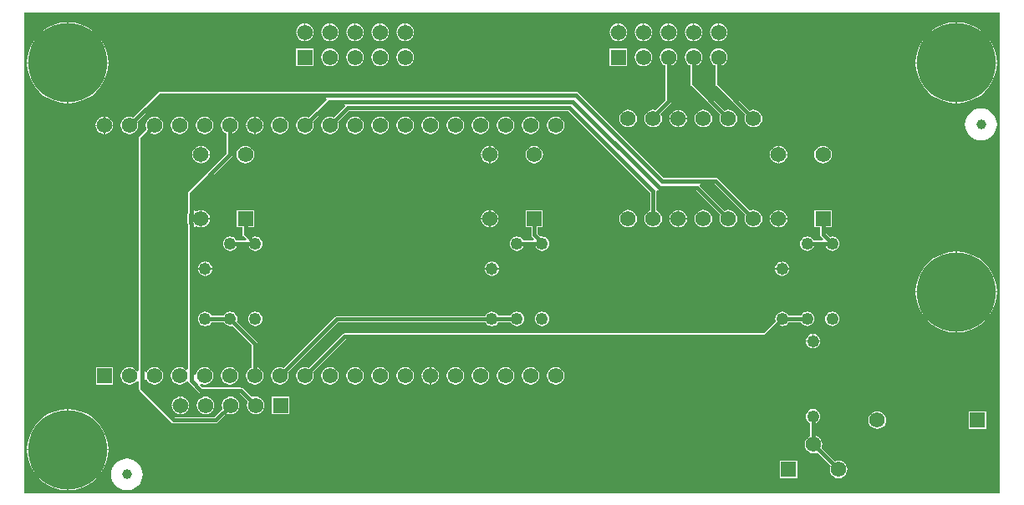
<source format=gtl>
G04*
G04 #@! TF.GenerationSoftware,Altium Limited,Altium Designer,20.0.13 (296)*
G04*
G04 Layer_Physical_Order=1*
G04 Layer_Color=255*
%FSLAX25Y25*%
%MOIN*%
G70*
G01*
G75*
%ADD17C,0.01500*%
%ADD18C,0.04921*%
%ADD19C,0.31496*%
%ADD20C,0.03937*%
%ADD21C,0.06142*%
%ADD22R,0.06142X0.06142*%
%ADD23R,0.06142X0.06142*%
G36*
X391286Y2415D02*
X2415D01*
Y194436D01*
X391286D01*
Y2415D01*
D02*
G37*
%LPC*%
G36*
X279472Y189911D02*
Y186637D01*
X282746D01*
X282653Y187343D01*
X282304Y188187D01*
X281747Y188912D01*
X281022Y189469D01*
X280178Y189819D01*
X279472Y189911D01*
D02*
G37*
G36*
X279072D02*
X278366Y189819D01*
X277521Y189469D01*
X276796Y188912D01*
X276240Y188187D01*
X275890Y187343D01*
X275797Y186637D01*
X279072D01*
Y189911D01*
D02*
G37*
G36*
X269472D02*
Y186637D01*
X272746D01*
X272653Y187343D01*
X272304Y188187D01*
X271747Y188912D01*
X271022Y189469D01*
X270178Y189819D01*
X269472Y189911D01*
D02*
G37*
G36*
X269072D02*
X268366Y189819D01*
X267521Y189469D01*
X266796Y188912D01*
X266240Y188187D01*
X265890Y187343D01*
X265797Y186637D01*
X269072D01*
Y189911D01*
D02*
G37*
G36*
X259472D02*
Y186637D01*
X262746D01*
X262653Y187343D01*
X262303Y188187D01*
X261747Y188912D01*
X261022Y189469D01*
X260178Y189819D01*
X259472Y189911D01*
D02*
G37*
G36*
X259072D02*
X258366Y189819D01*
X257521Y189469D01*
X256796Y188912D01*
X256240Y188187D01*
X255890Y187343D01*
X255797Y186637D01*
X259072D01*
Y189911D01*
D02*
G37*
G36*
X249472D02*
Y186637D01*
X252746D01*
X252653Y187343D01*
X252304Y188187D01*
X251747Y188912D01*
X251022Y189469D01*
X250178Y189819D01*
X249472Y189911D01*
D02*
G37*
G36*
X249072D02*
X248366Y189819D01*
X247521Y189469D01*
X246796Y188912D01*
X246240Y188187D01*
X245890Y187343D01*
X245797Y186637D01*
X249072D01*
Y189911D01*
D02*
G37*
G36*
X239472D02*
Y186637D01*
X242746D01*
X242653Y187343D01*
X242303Y188187D01*
X241747Y188912D01*
X241022Y189469D01*
X240178Y189819D01*
X239472Y189911D01*
D02*
G37*
G36*
X239072D02*
X238366Y189819D01*
X237521Y189469D01*
X236796Y188912D01*
X236240Y188187D01*
X235890Y187343D01*
X235797Y186637D01*
X239072D01*
Y189911D01*
D02*
G37*
G36*
X154472D02*
Y186637D01*
X157746D01*
X157653Y187343D01*
X157303Y188187D01*
X156747Y188912D01*
X156022Y189469D01*
X155178Y189819D01*
X154472Y189911D01*
D02*
G37*
G36*
X154072D02*
X153366Y189819D01*
X152521Y189469D01*
X151796Y188912D01*
X151240Y188187D01*
X150890Y187343D01*
X150797Y186637D01*
X154072D01*
Y189911D01*
D02*
G37*
G36*
X144472D02*
Y186637D01*
X147746D01*
X147653Y187343D01*
X147303Y188187D01*
X146747Y188912D01*
X146022Y189469D01*
X145178Y189819D01*
X144472Y189911D01*
D02*
G37*
G36*
X144072D02*
X143366Y189819D01*
X142521Y189469D01*
X141796Y188912D01*
X141240Y188187D01*
X140890Y187343D01*
X140797Y186637D01*
X144072D01*
Y189911D01*
D02*
G37*
G36*
X134472D02*
Y186637D01*
X137746D01*
X137653Y187343D01*
X137303Y188187D01*
X136747Y188912D01*
X136022Y189469D01*
X135178Y189819D01*
X134472Y189911D01*
D02*
G37*
G36*
X134072D02*
X133366Y189819D01*
X132521Y189469D01*
X131796Y188912D01*
X131240Y188187D01*
X130890Y187343D01*
X130797Y186637D01*
X134072D01*
Y189911D01*
D02*
G37*
G36*
X124472D02*
Y186637D01*
X127746D01*
X127653Y187343D01*
X127303Y188187D01*
X126747Y188912D01*
X126022Y189469D01*
X125178Y189819D01*
X124472Y189911D01*
D02*
G37*
G36*
X124072D02*
X123366Y189819D01*
X122521Y189469D01*
X121796Y188912D01*
X121240Y188187D01*
X120890Y187343D01*
X120797Y186637D01*
X124072D01*
Y189911D01*
D02*
G37*
G36*
X114472D02*
Y186637D01*
X117746D01*
X117653Y187343D01*
X117303Y188187D01*
X116747Y188912D01*
X116022Y189469D01*
X115178Y189819D01*
X114472Y189911D01*
D02*
G37*
G36*
X114072D02*
X113366Y189819D01*
X112521Y189469D01*
X111796Y188912D01*
X111240Y188187D01*
X110890Y187343D01*
X110797Y186637D01*
X114072D01*
Y189911D01*
D02*
G37*
G36*
X282746Y186237D02*
X279472D01*
Y182963D01*
X280178Y183055D01*
X281022Y183405D01*
X281747Y183962D01*
X282304Y184687D01*
X282653Y185531D01*
X282746Y186237D01*
D02*
G37*
G36*
X279072D02*
X275797D01*
X275890Y185531D01*
X276240Y184687D01*
X276796Y183962D01*
X277521Y183405D01*
X278366Y183055D01*
X279072Y182963D01*
Y186237D01*
D02*
G37*
G36*
X272746D02*
X269472D01*
Y182963D01*
X270178Y183055D01*
X271022Y183405D01*
X271747Y183962D01*
X272304Y184687D01*
X272653Y185531D01*
X272746Y186237D01*
D02*
G37*
G36*
X269072D02*
X265797D01*
X265890Y185531D01*
X266240Y184687D01*
X266796Y183962D01*
X267521Y183405D01*
X268366Y183055D01*
X269072Y182963D01*
Y186237D01*
D02*
G37*
G36*
X262746D02*
X259472D01*
Y182963D01*
X260178Y183055D01*
X261022Y183405D01*
X261747Y183962D01*
X262303Y184687D01*
X262653Y185531D01*
X262746Y186237D01*
D02*
G37*
G36*
X259072D02*
X255797D01*
X255890Y185531D01*
X256240Y184687D01*
X256796Y183962D01*
X257521Y183405D01*
X258366Y183055D01*
X259072Y182963D01*
Y186237D01*
D02*
G37*
G36*
X252746D02*
X249472D01*
Y182963D01*
X250178Y183055D01*
X251022Y183405D01*
X251747Y183962D01*
X252304Y184687D01*
X252653Y185531D01*
X252746Y186237D01*
D02*
G37*
G36*
X249072D02*
X245797D01*
X245890Y185531D01*
X246240Y184687D01*
X246796Y183962D01*
X247521Y183405D01*
X248366Y183055D01*
X249072Y182963D01*
Y186237D01*
D02*
G37*
G36*
X242746D02*
X239472D01*
Y182963D01*
X240178Y183055D01*
X241022Y183405D01*
X241747Y183962D01*
X242303Y184687D01*
X242653Y185531D01*
X242746Y186237D01*
D02*
G37*
G36*
X239072D02*
X235797D01*
X235890Y185531D01*
X236240Y184687D01*
X236796Y183962D01*
X237521Y183405D01*
X238366Y183055D01*
X239072Y182963D01*
Y186237D01*
D02*
G37*
G36*
X157746D02*
X154472D01*
Y182963D01*
X155178Y183055D01*
X156022Y183405D01*
X156747Y183962D01*
X157303Y184687D01*
X157653Y185531D01*
X157746Y186237D01*
D02*
G37*
G36*
X154072D02*
X150797D01*
X150890Y185531D01*
X151240Y184687D01*
X151796Y183962D01*
X152521Y183405D01*
X153366Y183055D01*
X154072Y182963D01*
Y186237D01*
D02*
G37*
G36*
X147746D02*
X144472D01*
Y182963D01*
X145178Y183055D01*
X146022Y183405D01*
X146747Y183962D01*
X147303Y184687D01*
X147653Y185531D01*
X147746Y186237D01*
D02*
G37*
G36*
X144072D02*
X140797D01*
X140890Y185531D01*
X141240Y184687D01*
X141796Y183962D01*
X142521Y183405D01*
X143366Y183055D01*
X144072Y182963D01*
Y186237D01*
D02*
G37*
G36*
X137746D02*
X134472D01*
Y182963D01*
X135178Y183055D01*
X136022Y183405D01*
X136747Y183962D01*
X137303Y184687D01*
X137653Y185531D01*
X137746Y186237D01*
D02*
G37*
G36*
X134072D02*
X130797D01*
X130890Y185531D01*
X131240Y184687D01*
X131796Y183962D01*
X132521Y183405D01*
X133366Y183055D01*
X134072Y182963D01*
Y186237D01*
D02*
G37*
G36*
X127746D02*
X124472D01*
Y182963D01*
X125178Y183055D01*
X126022Y183405D01*
X126747Y183962D01*
X127303Y184687D01*
X127653Y185531D01*
X127746Y186237D01*
D02*
G37*
G36*
X124072D02*
X120797D01*
X120890Y185531D01*
X121240Y184687D01*
X121796Y183962D01*
X122521Y183405D01*
X123366Y183055D01*
X124072Y182963D01*
Y186237D01*
D02*
G37*
G36*
X117746D02*
X114472D01*
Y182963D01*
X115178Y183055D01*
X116022Y183405D01*
X116747Y183962D01*
X117303Y184687D01*
X117653Y185531D01*
X117746Y186237D01*
D02*
G37*
G36*
X114072D02*
X110797D01*
X110890Y185531D01*
X111240Y184687D01*
X111796Y183962D01*
X112521Y183405D01*
X113366Y183055D01*
X114072Y182963D01*
Y186237D01*
D02*
G37*
G36*
X374216Y190395D02*
Y174413D01*
X390198D01*
X390014Y176746D01*
X389421Y179218D01*
X388448Y181566D01*
X387120Y183733D01*
X385469Y185666D01*
X383537Y187317D01*
X381369Y188645D01*
X379021Y189618D01*
X376550Y190211D01*
X374216Y190395D01*
D02*
G37*
G36*
X373816D02*
X371482Y190211D01*
X369010Y189618D01*
X366662Y188645D01*
X364495Y187317D01*
X362562Y185666D01*
X360911Y183733D01*
X359583Y181566D01*
X358611Y179218D01*
X358017Y176746D01*
X357834Y174413D01*
X373816D01*
Y190395D01*
D02*
G37*
G36*
X19885D02*
Y174413D01*
X35867D01*
X35684Y176746D01*
X35090Y179218D01*
X34117Y181566D01*
X32789Y183733D01*
X31139Y185666D01*
X29206Y187317D01*
X27039Y188645D01*
X24690Y189618D01*
X22219Y190211D01*
X19885Y190395D01*
D02*
G37*
G36*
X19485D02*
X17151Y190211D01*
X14680Y189618D01*
X12331Y188645D01*
X10164Y187317D01*
X8231Y185666D01*
X6581Y183733D01*
X5253Y181566D01*
X4280Y179218D01*
X3686Y176746D01*
X3503Y174413D01*
X19485D01*
Y190395D01*
D02*
G37*
G36*
X242742Y179908D02*
X235801D01*
Y172966D01*
X242742D01*
Y179908D01*
D02*
G37*
G36*
X117743D02*
X110801D01*
Y172966D01*
X117743D01*
Y179908D01*
D02*
G37*
G36*
X249272Y179938D02*
X248366Y179818D01*
X247521Y179469D01*
X246796Y178912D01*
X246240Y178187D01*
X245890Y177343D01*
X245771Y176437D01*
X245890Y175531D01*
X246240Y174687D01*
X246796Y173962D01*
X247521Y173405D01*
X248366Y173056D01*
X249272Y172936D01*
X250178Y173056D01*
X251022Y173405D01*
X251747Y173962D01*
X252304Y174687D01*
X252653Y175531D01*
X252772Y176437D01*
X252653Y177343D01*
X252304Y178187D01*
X251747Y178912D01*
X251022Y179469D01*
X250178Y179818D01*
X249272Y179938D01*
D02*
G37*
G36*
X154272D02*
X153366Y179818D01*
X152521Y179469D01*
X151796Y178912D01*
X151240Y178187D01*
X150890Y177343D01*
X150771Y176437D01*
X150890Y175531D01*
X151240Y174687D01*
X151796Y173962D01*
X152521Y173405D01*
X153366Y173056D01*
X154272Y172936D01*
X155178Y173056D01*
X156022Y173405D01*
X156747Y173962D01*
X157303Y174687D01*
X157653Y175531D01*
X157773Y176437D01*
X157653Y177343D01*
X157303Y178187D01*
X156747Y178912D01*
X156022Y179469D01*
X155178Y179818D01*
X154272Y179938D01*
D02*
G37*
G36*
X144272D02*
X143366Y179818D01*
X142521Y179469D01*
X141796Y178912D01*
X141240Y178187D01*
X140890Y177343D01*
X140771Y176437D01*
X140890Y175531D01*
X141240Y174687D01*
X141796Y173962D01*
X142521Y173405D01*
X143366Y173056D01*
X144272Y172936D01*
X145178Y173056D01*
X146022Y173405D01*
X146747Y173962D01*
X147303Y174687D01*
X147653Y175531D01*
X147773Y176437D01*
X147653Y177343D01*
X147303Y178187D01*
X146747Y178912D01*
X146022Y179469D01*
X145178Y179818D01*
X144272Y179938D01*
D02*
G37*
G36*
X134272D02*
X133366Y179818D01*
X132521Y179469D01*
X131796Y178912D01*
X131240Y178187D01*
X130890Y177343D01*
X130771Y176437D01*
X130890Y175531D01*
X131240Y174687D01*
X131796Y173962D01*
X132521Y173405D01*
X133366Y173056D01*
X134272Y172936D01*
X135178Y173056D01*
X136022Y173405D01*
X136747Y173962D01*
X137303Y174687D01*
X137653Y175531D01*
X137773Y176437D01*
X137653Y177343D01*
X137303Y178187D01*
X136747Y178912D01*
X136022Y179469D01*
X135178Y179818D01*
X134272Y179938D01*
D02*
G37*
G36*
X124272D02*
X123366Y179818D01*
X122521Y179469D01*
X121796Y178912D01*
X121240Y178187D01*
X120890Y177343D01*
X120771Y176437D01*
X120890Y175531D01*
X121240Y174687D01*
X121796Y173962D01*
X122521Y173405D01*
X123366Y173056D01*
X124272Y172936D01*
X125178Y173056D01*
X126022Y173405D01*
X126747Y173962D01*
X127303Y174687D01*
X127653Y175531D01*
X127772Y176437D01*
X127653Y177343D01*
X127303Y178187D01*
X126747Y178912D01*
X126022Y179469D01*
X125178Y179818D01*
X124272Y179938D01*
D02*
G37*
G36*
X35867Y174013D02*
X19885D01*
Y158030D01*
X22219Y158214D01*
X24690Y158807D01*
X27039Y159780D01*
X29206Y161108D01*
X31139Y162759D01*
X32789Y164692D01*
X34117Y166859D01*
X35090Y169207D01*
X35684Y171679D01*
X35867Y174013D01*
D02*
G37*
G36*
X19485D02*
X3503D01*
X3686Y171679D01*
X4280Y169207D01*
X5253Y166859D01*
X6581Y164692D01*
X8231Y162759D01*
X10164Y161108D01*
X12331Y159780D01*
X14680Y158807D01*
X17151Y158214D01*
X19485Y158030D01*
Y174013D01*
D02*
G37*
G36*
X390198D02*
X374216D01*
Y158030D01*
X376550Y158214D01*
X379021Y158807D01*
X381369Y159780D01*
X383537Y161108D01*
X385469Y162759D01*
X387120Y164692D01*
X388448Y166859D01*
X389421Y169207D01*
X390014Y171679D01*
X390198Y174013D01*
D02*
G37*
G36*
X373816D02*
X357834D01*
X358017Y171679D01*
X358611Y169207D01*
X359583Y166859D01*
X360911Y164692D01*
X362562Y162759D01*
X364495Y161108D01*
X366662Y159780D01*
X369010Y158807D01*
X371482Y158214D01*
X373816Y158030D01*
Y174013D01*
D02*
G37*
G36*
X259272Y179938D02*
X258366Y179818D01*
X257521Y179469D01*
X256796Y178912D01*
X256240Y178187D01*
X255890Y177343D01*
X255771Y176437D01*
X255890Y175531D01*
X256240Y174687D01*
X256796Y173962D01*
X257521Y173405D01*
X258099Y173166D01*
Y159364D01*
X254077Y155341D01*
X254056Y155350D01*
X253150Y155469D01*
X252243Y155350D01*
X251399Y155000D01*
X250674Y154444D01*
X250118Y153719D01*
X249768Y152875D01*
X249649Y151969D01*
X249768Y151062D01*
X250118Y150218D01*
X250674Y149493D01*
X251399Y148937D01*
X252243Y148587D01*
X253150Y148468D01*
X254056Y148587D01*
X254900Y148937D01*
X255625Y149493D01*
X256181Y150218D01*
X256531Y151062D01*
X256650Y151969D01*
X256531Y152875D01*
X256181Y153719D01*
X256003Y153951D01*
X260101Y158049D01*
X260355Y158429D01*
X260444Y158878D01*
Y173166D01*
X261022Y173405D01*
X261747Y173962D01*
X262303Y174687D01*
X262653Y175531D01*
X262772Y176437D01*
X262653Y177343D01*
X262303Y178187D01*
X261747Y178912D01*
X261022Y179469D01*
X260178Y179818D01*
X259272Y179938D01*
D02*
G37*
G36*
X263350Y155443D02*
Y152169D01*
X266624D01*
X266531Y152875D01*
X266181Y153719D01*
X265625Y154444D01*
X264900Y155000D01*
X264056Y155350D01*
X263350Y155443D01*
D02*
G37*
G36*
X262950D02*
X262244Y155350D01*
X261399Y155000D01*
X260674Y154444D01*
X260118Y153719D01*
X259768Y152875D01*
X259675Y152169D01*
X262950D01*
Y155443D01*
D02*
G37*
G36*
X94531Y152687D02*
Y149413D01*
X97805D01*
X97712Y150119D01*
X97363Y150963D01*
X96806Y151688D01*
X96081Y152244D01*
X95237Y152594D01*
X94531Y152687D01*
D02*
G37*
G36*
X34531D02*
Y149413D01*
X37805D01*
X37712Y150119D01*
X37363Y150963D01*
X36806Y151688D01*
X36081Y152244D01*
X35237Y152594D01*
X34531Y152687D01*
D02*
G37*
G36*
X34131D02*
X33425Y152594D01*
X32580Y152244D01*
X31855Y151688D01*
X31299Y150963D01*
X30949Y150119D01*
X30856Y149413D01*
X34131D01*
Y152687D01*
D02*
G37*
G36*
X94131D02*
X93425Y152594D01*
X92580Y152244D01*
X91855Y151688D01*
X91299Y150963D01*
X90949Y150119D01*
X90856Y149413D01*
X94131D01*
Y152687D01*
D02*
G37*
G36*
X262950Y151769D02*
X259675D01*
X259768Y151062D01*
X260118Y150218D01*
X260674Y149493D01*
X261399Y148937D01*
X262244Y148587D01*
X262950Y148494D01*
Y151769D01*
D02*
G37*
G36*
X266624D02*
X263350D01*
Y148494D01*
X264056Y148587D01*
X264900Y148937D01*
X265625Y149493D01*
X266181Y150218D01*
X266531Y151062D01*
X266624Y151769D01*
D02*
G37*
G36*
X279272Y179938D02*
X278366Y179818D01*
X277521Y179469D01*
X276796Y178912D01*
X276240Y178187D01*
X275890Y177343D01*
X275771Y176437D01*
X275890Y175531D01*
X276240Y174687D01*
X276796Y173962D01*
X277521Y173405D01*
X278099Y173166D01*
Y165847D01*
X278188Y165398D01*
X278443Y165017D01*
X290007Y153452D01*
X289768Y152875D01*
X289649Y151969D01*
X289768Y151062D01*
X290118Y150218D01*
X290674Y149493D01*
X291399Y148937D01*
X292244Y148587D01*
X293150Y148468D01*
X294056Y148587D01*
X294900Y148937D01*
X295625Y149493D01*
X296181Y150218D01*
X296531Y151062D01*
X296650Y151969D01*
X296531Y152875D01*
X296181Y153719D01*
X295625Y154444D01*
X294900Y155000D01*
X294056Y155350D01*
X293150Y155469D01*
X292244Y155350D01*
X291666Y155111D01*
X280444Y166332D01*
Y173166D01*
X281022Y173405D01*
X281747Y173962D01*
X282304Y174687D01*
X282653Y175531D01*
X282772Y176437D01*
X282653Y177343D01*
X282304Y178187D01*
X281747Y178912D01*
X281022Y179469D01*
X280178Y179818D01*
X279272Y179938D01*
D02*
G37*
G36*
X269272D02*
X268366Y179818D01*
X267521Y179469D01*
X266796Y178912D01*
X266240Y178187D01*
X265890Y177343D01*
X265771Y176437D01*
X265890Y175531D01*
X266240Y174687D01*
X266796Y173962D01*
X267521Y173405D01*
X268099Y173166D01*
Y165847D01*
X268188Y165398D01*
X268443Y165017D01*
X280008Y153452D01*
X279768Y152875D01*
X279649Y151969D01*
X279768Y151062D01*
X280118Y150218D01*
X280674Y149493D01*
X281399Y148937D01*
X282243Y148587D01*
X283150Y148468D01*
X284056Y148587D01*
X284900Y148937D01*
X285625Y149493D01*
X286181Y150218D01*
X286531Y151062D01*
X286650Y151969D01*
X286531Y152875D01*
X286181Y153719D01*
X285625Y154444D01*
X284900Y155000D01*
X284056Y155350D01*
X283150Y155469D01*
X282243Y155350D01*
X281666Y155111D01*
X270444Y166332D01*
Y173166D01*
X271022Y173405D01*
X271747Y173962D01*
X272304Y174687D01*
X272653Y175531D01*
X272773Y176437D01*
X272653Y177343D01*
X272304Y178187D01*
X271747Y178912D01*
X271022Y179469D01*
X270178Y179818D01*
X269272Y179938D01*
D02*
G37*
G36*
X273150Y155469D02*
X272243Y155350D01*
X271399Y155000D01*
X270674Y154444D01*
X270118Y153719D01*
X269768Y152875D01*
X269649Y151969D01*
X269768Y151062D01*
X270118Y150218D01*
X270674Y149493D01*
X271399Y148937D01*
X272243Y148587D01*
X273150Y148468D01*
X274056Y148587D01*
X274900Y148937D01*
X275625Y149493D01*
X276181Y150218D01*
X276531Y151062D01*
X276650Y151969D01*
X276531Y152875D01*
X276181Y153719D01*
X275625Y154444D01*
X274900Y155000D01*
X274056Y155350D01*
X273150Y155469D01*
D02*
G37*
G36*
X243150D02*
X242244Y155350D01*
X241399Y155000D01*
X240674Y154444D01*
X240118Y153719D01*
X239768Y152875D01*
X239649Y151969D01*
X239768Y151062D01*
X240118Y150218D01*
X240674Y149493D01*
X241399Y148937D01*
X242244Y148587D01*
X243150Y148468D01*
X244056Y148587D01*
X244900Y148937D01*
X245625Y149493D01*
X246181Y150218D01*
X246531Y151062D01*
X246650Y151969D01*
X246531Y152875D01*
X246181Y153719D01*
X245625Y154444D01*
X244900Y155000D01*
X244056Y155350D01*
X243150Y155469D01*
D02*
G37*
G36*
X97805Y149013D02*
X94531D01*
Y145738D01*
X95237Y145831D01*
X96081Y146181D01*
X96806Y146737D01*
X97363Y147462D01*
X97712Y148307D01*
X97805Y149013D01*
D02*
G37*
G36*
X37805D02*
X34531D01*
Y145738D01*
X35237Y145831D01*
X36081Y146181D01*
X36806Y146737D01*
X37363Y147462D01*
X37712Y148307D01*
X37805Y149013D01*
D02*
G37*
G36*
X34131D02*
X30856D01*
X30949Y148307D01*
X31299Y147462D01*
X31855Y146737D01*
X32580Y146181D01*
X33425Y145831D01*
X34131Y145738D01*
Y149013D01*
D02*
G37*
G36*
X94131D02*
X90856D01*
X90949Y148307D01*
X91299Y147462D01*
X91855Y146737D01*
X92580Y146181D01*
X93425Y145831D01*
X94131Y145738D01*
Y149013D01*
D02*
G37*
G36*
X214331Y152713D02*
X213425Y152594D01*
X212580Y152244D01*
X211855Y151688D01*
X211299Y150963D01*
X210949Y150119D01*
X210830Y149213D01*
X210949Y148307D01*
X211299Y147462D01*
X211855Y146737D01*
X212580Y146181D01*
X213425Y145831D01*
X214331Y145712D01*
X215237Y145831D01*
X216081Y146181D01*
X216806Y146737D01*
X217362Y147462D01*
X217712Y148307D01*
X217831Y149213D01*
X217712Y150119D01*
X217362Y150963D01*
X216806Y151688D01*
X216081Y152244D01*
X215237Y152594D01*
X214331Y152713D01*
D02*
G37*
G36*
X204331D02*
X203425Y152594D01*
X202580Y152244D01*
X201855Y151688D01*
X201299Y150963D01*
X200949Y150119D01*
X200830Y149213D01*
X200949Y148307D01*
X201299Y147462D01*
X201855Y146737D01*
X202580Y146181D01*
X203425Y145831D01*
X204331Y145712D01*
X205237Y145831D01*
X206081Y146181D01*
X206806Y146737D01*
X207363Y147462D01*
X207712Y148307D01*
X207832Y149213D01*
X207712Y150119D01*
X207363Y150963D01*
X206806Y151688D01*
X206081Y152244D01*
X205237Y152594D01*
X204331Y152713D01*
D02*
G37*
G36*
X194331D02*
X193425Y152594D01*
X192580Y152244D01*
X191855Y151688D01*
X191299Y150963D01*
X190949Y150119D01*
X190830Y149213D01*
X190949Y148307D01*
X191299Y147462D01*
X191855Y146737D01*
X192580Y146181D01*
X193425Y145831D01*
X194331Y145712D01*
X195237Y145831D01*
X196081Y146181D01*
X196806Y146737D01*
X197362Y147462D01*
X197712Y148307D01*
X197831Y149213D01*
X197712Y150119D01*
X197362Y150963D01*
X196806Y151688D01*
X196081Y152244D01*
X195237Y152594D01*
X194331Y152713D01*
D02*
G37*
G36*
X184331D02*
X183425Y152594D01*
X182580Y152244D01*
X181855Y151688D01*
X181299Y150963D01*
X180949Y150119D01*
X180830Y149213D01*
X180949Y148307D01*
X181299Y147462D01*
X181855Y146737D01*
X182580Y146181D01*
X183425Y145831D01*
X184331Y145712D01*
X185237Y145831D01*
X186081Y146181D01*
X186806Y146737D01*
X187363Y147462D01*
X187712Y148307D01*
X187831Y149213D01*
X187712Y150119D01*
X187363Y150963D01*
X186806Y151688D01*
X186081Y152244D01*
X185237Y152594D01*
X184331Y152713D01*
D02*
G37*
G36*
X174331D02*
X173425Y152594D01*
X172580Y152244D01*
X171855Y151688D01*
X171299Y150963D01*
X170949Y150119D01*
X170830Y149213D01*
X170949Y148307D01*
X171299Y147462D01*
X171855Y146737D01*
X172580Y146181D01*
X173425Y145831D01*
X174331Y145712D01*
X175237Y145831D01*
X176081Y146181D01*
X176806Y146737D01*
X177363Y147462D01*
X177712Y148307D01*
X177831Y149213D01*
X177712Y150119D01*
X177363Y150963D01*
X176806Y151688D01*
X176081Y152244D01*
X175237Y152594D01*
X174331Y152713D01*
D02*
G37*
G36*
X164331D02*
X163425Y152594D01*
X162580Y152244D01*
X161855Y151688D01*
X161299Y150963D01*
X160949Y150119D01*
X160830Y149213D01*
X160949Y148307D01*
X161299Y147462D01*
X161855Y146737D01*
X162580Y146181D01*
X163425Y145831D01*
X164331Y145712D01*
X165237Y145831D01*
X166081Y146181D01*
X166806Y146737D01*
X167362Y147462D01*
X167712Y148307D01*
X167832Y149213D01*
X167712Y150119D01*
X167362Y150963D01*
X166806Y151688D01*
X166081Y152244D01*
X165237Y152594D01*
X164331Y152713D01*
D02*
G37*
G36*
X154331D02*
X153425Y152594D01*
X152580Y152244D01*
X151855Y151688D01*
X151299Y150963D01*
X150949Y150119D01*
X150830Y149213D01*
X150949Y148307D01*
X151299Y147462D01*
X151855Y146737D01*
X152580Y146181D01*
X153425Y145831D01*
X154331Y145712D01*
X155237Y145831D01*
X156081Y146181D01*
X156806Y146737D01*
X157362Y147462D01*
X157712Y148307D01*
X157832Y149213D01*
X157712Y150119D01*
X157362Y150963D01*
X156806Y151688D01*
X156081Y152244D01*
X155237Y152594D01*
X154331Y152713D01*
D02*
G37*
G36*
X144331D02*
X143425Y152594D01*
X142580Y152244D01*
X141855Y151688D01*
X141299Y150963D01*
X140949Y150119D01*
X140830Y149213D01*
X140949Y148307D01*
X141299Y147462D01*
X141855Y146737D01*
X142580Y146181D01*
X143425Y145831D01*
X144331Y145712D01*
X145237Y145831D01*
X146081Y146181D01*
X146806Y146737D01*
X147362Y147462D01*
X147712Y148307D01*
X147831Y149213D01*
X147712Y150119D01*
X147362Y150963D01*
X146806Y151688D01*
X146081Y152244D01*
X145237Y152594D01*
X144331Y152713D01*
D02*
G37*
G36*
X134331D02*
X133425Y152594D01*
X132580Y152244D01*
X131855Y151688D01*
X131299Y150963D01*
X130949Y150119D01*
X130830Y149213D01*
X130949Y148307D01*
X131299Y147462D01*
X131855Y146737D01*
X132580Y146181D01*
X133425Y145831D01*
X134331Y145712D01*
X135237Y145831D01*
X136081Y146181D01*
X136806Y146737D01*
X137363Y147462D01*
X137712Y148307D01*
X137831Y149213D01*
X137712Y150119D01*
X137363Y150963D01*
X136806Y151688D01*
X136081Y152244D01*
X135237Y152594D01*
X134331Y152713D01*
D02*
G37*
G36*
X104331D02*
X103425Y152594D01*
X102580Y152244D01*
X101855Y151688D01*
X101299Y150963D01*
X100949Y150119D01*
X100830Y149213D01*
X100949Y148307D01*
X101299Y147462D01*
X101855Y146737D01*
X102580Y146181D01*
X103425Y145831D01*
X104331Y145712D01*
X105237Y145831D01*
X106081Y146181D01*
X106806Y146737D01*
X107362Y147462D01*
X107712Y148307D01*
X107832Y149213D01*
X107712Y150119D01*
X107362Y150963D01*
X106806Y151688D01*
X106081Y152244D01*
X105237Y152594D01*
X104331Y152713D01*
D02*
G37*
G36*
X74331D02*
X73425Y152594D01*
X72580Y152244D01*
X71855Y151688D01*
X71299Y150963D01*
X70949Y150119D01*
X70830Y149213D01*
X70949Y148307D01*
X71299Y147462D01*
X71855Y146737D01*
X72580Y146181D01*
X73425Y145831D01*
X74331Y145712D01*
X75237Y145831D01*
X76081Y146181D01*
X76806Y146737D01*
X77363Y147462D01*
X77712Y148307D01*
X77832Y149213D01*
X77712Y150119D01*
X77363Y150963D01*
X76806Y151688D01*
X76081Y152244D01*
X75237Y152594D01*
X74331Y152713D01*
D02*
G37*
G36*
X64331D02*
X63425Y152594D01*
X62580Y152244D01*
X61855Y151688D01*
X61299Y150963D01*
X60949Y150119D01*
X60830Y149213D01*
X60949Y148307D01*
X61299Y147462D01*
X61855Y146737D01*
X62580Y146181D01*
X63425Y145831D01*
X64331Y145712D01*
X65237Y145831D01*
X66081Y146181D01*
X66806Y146737D01*
X67362Y147462D01*
X67712Y148307D01*
X67831Y149213D01*
X67712Y150119D01*
X67362Y150963D01*
X66806Y151688D01*
X66081Y152244D01*
X65237Y152594D01*
X64331Y152713D01*
D02*
G37*
G36*
X54331D02*
X53425Y152594D01*
X52580Y152244D01*
X51855Y151688D01*
X51299Y150963D01*
X50949Y150119D01*
X50830Y149213D01*
X50949Y148307D01*
X51188Y147729D01*
X48384Y144924D01*
X48129Y144543D01*
X48040Y144095D01*
Y51314D01*
X47838Y51209D01*
X47253Y51106D01*
X46806Y51688D01*
X46081Y52244D01*
X45237Y52594D01*
X44331Y52713D01*
X43425Y52594D01*
X42580Y52244D01*
X41855Y51688D01*
X41299Y50963D01*
X40949Y50119D01*
X40830Y49213D01*
X40949Y48307D01*
X41299Y47462D01*
X41855Y46737D01*
X42580Y46181D01*
X43425Y45831D01*
X44331Y45712D01*
X45237Y45831D01*
X46081Y46181D01*
X46806Y46737D01*
X47253Y47319D01*
X47838Y47216D01*
X48040Y47111D01*
Y44253D01*
X48129Y43804D01*
X48384Y43424D01*
X61141Y30667D01*
X61521Y30413D01*
X61970Y30323D01*
X78740D01*
X79189Y30413D01*
X79569Y30667D01*
X83162Y34259D01*
X83740Y34020D01*
X84646Y33901D01*
X85552Y34020D01*
X86396Y34370D01*
X87121Y34926D01*
X87678Y35651D01*
X88027Y36496D01*
X88147Y37402D01*
X88027Y38308D01*
X87678Y39152D01*
X87121Y39877D01*
X86396Y40433D01*
X85552Y40783D01*
X84646Y40902D01*
X83740Y40783D01*
X82895Y40433D01*
X82170Y39877D01*
X81614Y39152D01*
X81264Y38308D01*
X81145Y37402D01*
X81264Y36496D01*
X81503Y35918D01*
X78254Y32669D01*
X62455D01*
X50385Y44739D01*
Y47611D01*
X51173Y47767D01*
X51299Y47462D01*
X51855Y46737D01*
X52580Y46181D01*
X53425Y45831D01*
X54331Y45712D01*
X55237Y45831D01*
X56081Y46181D01*
X56806Y46737D01*
X57363Y47462D01*
X57712Y48307D01*
X57832Y49213D01*
X57712Y50119D01*
X57363Y50963D01*
X56806Y51688D01*
X56081Y52244D01*
X55237Y52594D01*
X54331Y52713D01*
X53425Y52594D01*
X52580Y52244D01*
X51855Y51688D01*
X51299Y50963D01*
X51173Y50658D01*
X50385Y50814D01*
Y143609D01*
X52847Y146070D01*
X53425Y145831D01*
X54331Y145712D01*
X55237Y145831D01*
X56081Y146181D01*
X56806Y146737D01*
X57363Y147462D01*
X57712Y148307D01*
X57832Y149213D01*
X57712Y150119D01*
X57363Y150963D01*
X56806Y151688D01*
X56081Y152244D01*
X55237Y152594D01*
X54331Y152713D01*
D02*
G37*
G36*
X383858Y155942D02*
X382622Y155821D01*
X381434Y155460D01*
X380338Y154875D01*
X379378Y154086D01*
X378590Y153126D01*
X378005Y152031D01*
X377644Y150842D01*
X377522Y149606D01*
X377644Y148370D01*
X378005Y147182D01*
X378590Y146086D01*
X379378Y145126D01*
X380338Y144338D01*
X381434Y143753D01*
X382622Y143392D01*
X383858Y143270D01*
X385094Y143392D01*
X386283Y143753D01*
X387378Y144338D01*
X388338Y145126D01*
X389126Y146086D01*
X389712Y147182D01*
X390073Y148370D01*
X390194Y149606D01*
X390073Y150842D01*
X389712Y152031D01*
X389126Y153126D01*
X388338Y154086D01*
X387378Y154875D01*
X386283Y155460D01*
X385094Y155821D01*
X383858Y155942D01*
D02*
G37*
G36*
X303350Y141033D02*
Y137759D01*
X306624D01*
X306531Y138465D01*
X306181Y139309D01*
X305625Y140034D01*
X304900Y140591D01*
X304056Y140941D01*
X303350Y141033D01*
D02*
G37*
G36*
X188192D02*
Y137759D01*
X191467D01*
X191374Y138465D01*
X191024Y139309D01*
X190468Y140034D01*
X189743Y140591D01*
X188898Y140941D01*
X188192Y141033D01*
D02*
G37*
G36*
X73035D02*
Y137759D01*
X76309D01*
X76216Y138465D01*
X75866Y139309D01*
X75310Y140034D01*
X74585Y140591D01*
X73741Y140941D01*
X73035Y141033D01*
D02*
G37*
G36*
X302950D02*
X302243Y140941D01*
X301399Y140591D01*
X300674Y140034D01*
X300118Y139309D01*
X299768Y138465D01*
X299675Y137759D01*
X302950D01*
Y141033D01*
D02*
G37*
G36*
X72635D02*
X71929Y140941D01*
X71084Y140591D01*
X70359Y140034D01*
X69803Y139309D01*
X69453Y138465D01*
X69360Y137759D01*
X72635D01*
Y141033D01*
D02*
G37*
G36*
X187792D02*
X187086Y140941D01*
X186242Y140591D01*
X185517Y140034D01*
X184960Y139309D01*
X184611Y138465D01*
X184518Y137759D01*
X187792D01*
Y141033D01*
D02*
G37*
G36*
X191467Y137359D02*
X188192D01*
Y134085D01*
X188898Y134177D01*
X189743Y134527D01*
X190468Y135084D01*
X191024Y135809D01*
X191374Y136653D01*
X191467Y137359D01*
D02*
G37*
G36*
X306624D02*
X303350D01*
Y134085D01*
X304056Y134177D01*
X304900Y134527D01*
X305625Y135084D01*
X306181Y135809D01*
X306531Y136653D01*
X306624Y137359D01*
D02*
G37*
G36*
X76309D02*
X73035D01*
Y134085D01*
X73741Y134177D01*
X74585Y134527D01*
X75310Y135084D01*
X75866Y135809D01*
X76216Y136653D01*
X76309Y137359D01*
D02*
G37*
G36*
X72635D02*
X69360D01*
X69453Y136653D01*
X69803Y135809D01*
X70359Y135084D01*
X71084Y134527D01*
X71929Y134177D01*
X72635Y134085D01*
Y137359D01*
D02*
G37*
G36*
X302950D02*
X299675D01*
X299768Y136653D01*
X300118Y135809D01*
X300674Y135084D01*
X301399Y134527D01*
X302243Y134177D01*
X302950Y134085D01*
Y137359D01*
D02*
G37*
G36*
X187792D02*
X184518D01*
X184611Y136653D01*
X184960Y135809D01*
X185517Y135084D01*
X186242Y134527D01*
X187086Y134177D01*
X187792Y134085D01*
Y137359D01*
D02*
G37*
G36*
X320866Y141060D02*
X319960Y140941D01*
X319116Y140591D01*
X318391Y140034D01*
X317834Y139309D01*
X317485Y138465D01*
X317365Y137559D01*
X317485Y136653D01*
X317834Y135809D01*
X318391Y135084D01*
X319116Y134527D01*
X319960Y134177D01*
X320866Y134058D01*
X321772Y134177D01*
X322617Y134527D01*
X323342Y135084D01*
X323898Y135809D01*
X324248Y136653D01*
X324367Y137559D01*
X324248Y138465D01*
X323898Y139309D01*
X323342Y140034D01*
X322617Y140591D01*
X321772Y140941D01*
X320866Y141060D01*
D02*
G37*
G36*
X205709D02*
X204803Y140941D01*
X203958Y140591D01*
X203233Y140034D01*
X202677Y139309D01*
X202327Y138465D01*
X202208Y137559D01*
X202327Y136653D01*
X202677Y135809D01*
X203233Y135084D01*
X203958Y134527D01*
X204803Y134177D01*
X205709Y134058D01*
X206615Y134177D01*
X207459Y134527D01*
X208184Y135084D01*
X208740Y135809D01*
X209090Y136653D01*
X209209Y137559D01*
X209090Y138465D01*
X208740Y139309D01*
X208184Y140034D01*
X207459Y140591D01*
X206615Y140941D01*
X205709Y141060D01*
D02*
G37*
G36*
X90551D02*
X89645Y140941D01*
X88801Y140591D01*
X88076Y140034D01*
X87519Y139309D01*
X87170Y138465D01*
X87050Y137559D01*
X87170Y136653D01*
X87519Y135809D01*
X88076Y135084D01*
X88801Y134527D01*
X89645Y134177D01*
X90551Y134058D01*
X91457Y134177D01*
X92302Y134527D01*
X93027Y135084D01*
X93583Y135809D01*
X93933Y136653D01*
X94052Y137559D01*
X93933Y138465D01*
X93583Y139309D01*
X93027Y140034D01*
X92302Y140591D01*
X91457Y140941D01*
X90551Y141060D01*
D02*
G37*
G36*
X263350Y115443D02*
Y112169D01*
X266624D01*
X266531Y112875D01*
X266181Y113719D01*
X265625Y114444D01*
X264900Y115000D01*
X264056Y115350D01*
X263350Y115443D01*
D02*
G37*
G36*
X303350D02*
Y112169D01*
X306624D01*
X306531Y112875D01*
X306181Y113719D01*
X305625Y114444D01*
X304900Y115000D01*
X304056Y115350D01*
X303350Y115443D01*
D02*
G37*
G36*
X188192D02*
Y112169D01*
X191467D01*
X191374Y112875D01*
X191024Y113719D01*
X190468Y114444D01*
X189743Y115000D01*
X188898Y115350D01*
X188192Y115443D01*
D02*
G37*
G36*
X73035D02*
Y112169D01*
X76309D01*
X76216Y112875D01*
X75866Y113719D01*
X75310Y114444D01*
X74585Y115000D01*
X73741Y115350D01*
X73035Y115443D01*
D02*
G37*
G36*
X187792D02*
X187086Y115350D01*
X186242Y115000D01*
X185517Y114444D01*
X184960Y113719D01*
X184611Y112875D01*
X184518Y112169D01*
X187792D01*
Y115443D01*
D02*
G37*
G36*
X302950D02*
X302243Y115350D01*
X301399Y115000D01*
X300674Y114444D01*
X300118Y113719D01*
X299768Y112875D01*
X299675Y112169D01*
X302950D01*
Y115443D01*
D02*
G37*
G36*
X262950D02*
X262244Y115350D01*
X261399Y115000D01*
X260674Y114444D01*
X260118Y113719D01*
X259768Y112875D01*
X259675Y112169D01*
X262950D01*
Y115443D01*
D02*
G37*
G36*
Y111768D02*
X259675D01*
X259768Y111062D01*
X260118Y110218D01*
X260674Y109493D01*
X261399Y108937D01*
X262244Y108587D01*
X262950Y108494D01*
Y111768D01*
D02*
G37*
G36*
X306624D02*
X303350D01*
Y108494D01*
X304056Y108587D01*
X304900Y108937D01*
X305625Y109493D01*
X306181Y110218D01*
X306531Y111062D01*
X306624Y111768D01*
D02*
G37*
G36*
X76309D02*
X73035D01*
Y108494D01*
X73741Y108587D01*
X74585Y108937D01*
X75310Y109493D01*
X75866Y110218D01*
X76216Y111062D01*
X76309Y111768D01*
D02*
G37*
G36*
X191467D02*
X188192D01*
Y108494D01*
X188898Y108587D01*
X189743Y108937D01*
X190468Y109493D01*
X191024Y110218D01*
X191374Y111062D01*
X191467Y111768D01*
D02*
G37*
G36*
X84331Y152713D02*
X83425Y152594D01*
X82580Y152244D01*
X81855Y151688D01*
X81299Y150963D01*
X80949Y150119D01*
X80830Y149213D01*
X80949Y148307D01*
X81299Y147462D01*
X81855Y146737D01*
X82580Y146181D01*
X83158Y145941D01*
Y137966D01*
X68068Y122876D01*
X67814Y122496D01*
X67725Y122047D01*
Y114457D01*
X67531Y114166D01*
X67441Y113717D01*
Y110220D01*
X67531Y109772D01*
X67725Y109480D01*
Y51784D01*
X66938Y51517D01*
X66806Y51688D01*
X66081Y52244D01*
X65237Y52594D01*
X64331Y52713D01*
X63425Y52594D01*
X62580Y52244D01*
X61855Y51688D01*
X61299Y50963D01*
X60949Y50119D01*
X60830Y49213D01*
X60949Y48307D01*
X61299Y47462D01*
X61855Y46737D01*
X62580Y46181D01*
X63425Y45831D01*
X64331Y45712D01*
X65237Y45831D01*
X66081Y46181D01*
X66806Y46737D01*
X66978Y46962D01*
X67814Y46795D01*
X68068Y46415D01*
X72005Y42478D01*
X72386Y42224D01*
X72835Y42135D01*
X88254D01*
X91504Y38886D01*
X91264Y38308D01*
X91145Y37402D01*
X91264Y36496D01*
X91614Y35651D01*
X92170Y34926D01*
X92895Y34370D01*
X93740Y34020D01*
X94646Y33901D01*
X95552Y34020D01*
X96396Y34370D01*
X97121Y34926D01*
X97677Y35651D01*
X98027Y36496D01*
X98146Y37402D01*
X98027Y38308D01*
X97677Y39152D01*
X97121Y39877D01*
X96396Y40433D01*
X95552Y40783D01*
X94646Y40902D01*
X93740Y40783D01*
X93162Y40544D01*
X89569Y44136D01*
X89189Y44390D01*
X88740Y44480D01*
X73320D01*
X72394Y45406D01*
X72840Y46073D01*
X73425Y45831D01*
X74331Y45712D01*
X75237Y45831D01*
X76081Y46181D01*
X76806Y46737D01*
X77363Y47462D01*
X77712Y48307D01*
X77832Y49213D01*
X77712Y50119D01*
X77363Y50963D01*
X76806Y51688D01*
X76081Y52244D01*
X75237Y52594D01*
X74331Y52713D01*
X73425Y52594D01*
X72580Y52244D01*
X71855Y51688D01*
X71299Y50963D01*
X70949Y50119D01*
X70921Y49903D01*
X70100Y49702D01*
X70070Y49740D01*
Y108722D01*
X70858Y109111D01*
X71084Y108937D01*
X71929Y108587D01*
X72635Y108494D01*
Y111969D01*
Y115443D01*
X71929Y115350D01*
X71084Y115000D01*
X70858Y114826D01*
X70070Y115215D01*
Y121562D01*
X85160Y136651D01*
X85414Y137032D01*
X85503Y137480D01*
Y145941D01*
X86081Y146181D01*
X86806Y146737D01*
X87362Y147462D01*
X87712Y148307D01*
X87831Y149213D01*
X87712Y150119D01*
X87362Y150963D01*
X86806Y151688D01*
X86081Y152244D01*
X85237Y152594D01*
X84331Y152713D01*
D02*
G37*
G36*
X302950Y111768D02*
X299675D01*
X299768Y111062D01*
X300118Y110218D01*
X300674Y109493D01*
X301399Y108937D01*
X302243Y108587D01*
X302950Y108494D01*
Y111768D01*
D02*
G37*
G36*
X187792D02*
X184518D01*
X184611Y111062D01*
X184960Y110218D01*
X185517Y109493D01*
X186242Y108937D01*
X187086Y108587D01*
X187792Y108494D01*
Y111768D01*
D02*
G37*
G36*
X266624D02*
X263350D01*
Y108494D01*
X264056Y108587D01*
X264900Y108937D01*
X265625Y109493D01*
X266181Y110218D01*
X266531Y111062D01*
X266624Y111768D01*
D02*
G37*
G36*
X222441Y162590D02*
X56535D01*
X56087Y162501D01*
X55706Y162246D01*
X45815Y152355D01*
X45237Y152594D01*
X44331Y152713D01*
X43425Y152594D01*
X42580Y152244D01*
X41855Y151688D01*
X41299Y150963D01*
X40949Y150119D01*
X40830Y149213D01*
X40949Y148307D01*
X41299Y147462D01*
X41855Y146737D01*
X42580Y146181D01*
X43425Y145831D01*
X44331Y145712D01*
X45237Y145831D01*
X46081Y146181D01*
X46806Y146737D01*
X47363Y147462D01*
X47712Y148307D01*
X47831Y149213D01*
X47712Y150119D01*
X47473Y150697D01*
X57021Y160245D01*
X122614D01*
X122799Y159964D01*
X122917Y159457D01*
X115815Y152355D01*
X115237Y152594D01*
X114331Y152713D01*
X113425Y152594D01*
X112580Y152244D01*
X111855Y151688D01*
X111299Y150963D01*
X110949Y150119D01*
X110830Y149213D01*
X110949Y148307D01*
X111299Y147462D01*
X111855Y146737D01*
X112580Y146181D01*
X113425Y145831D01*
X114331Y145712D01*
X115237Y145831D01*
X116081Y146181D01*
X116806Y146737D01*
X117362Y147462D01*
X117712Y148307D01*
X117832Y149213D01*
X117712Y150119D01*
X117473Y150697D01*
X124362Y157586D01*
X129973D01*
X130000Y157552D01*
X130258Y156798D01*
X125815Y152355D01*
X125237Y152594D01*
X124331Y152713D01*
X123425Y152594D01*
X122580Y152244D01*
X121855Y151688D01*
X121299Y150963D01*
X120949Y150119D01*
X120830Y149213D01*
X120949Y148307D01*
X121299Y147462D01*
X121855Y146737D01*
X122580Y146181D01*
X123425Y145831D01*
X124331Y145712D01*
X125237Y145831D01*
X126081Y146181D01*
X126806Y146737D01*
X127363Y147462D01*
X127712Y148307D01*
X127831Y149213D01*
X127712Y150119D01*
X127473Y150697D01*
X131764Y154988D01*
X219338D01*
X233341Y140985D01*
X251977Y122349D01*
Y115240D01*
X251399Y115000D01*
X250674Y114444D01*
X250118Y113719D01*
X249768Y112875D01*
X249649Y111969D01*
X249768Y111062D01*
X250118Y110218D01*
X250674Y109493D01*
X251399Y108937D01*
X252243Y108587D01*
X253150Y108468D01*
X254056Y108587D01*
X254900Y108937D01*
X255625Y109493D01*
X256181Y110218D01*
X256531Y111062D01*
X256650Y111969D01*
X256531Y112875D01*
X256181Y113719D01*
X255625Y114444D01*
X254900Y115000D01*
X254322Y115240D01*
Y122835D01*
X254315Y122871D01*
X255029Y123316D01*
X255163Y123226D01*
X255612Y123137D01*
X270323D01*
X280008Y113452D01*
X279768Y112875D01*
X279649Y111969D01*
X279768Y111062D01*
X280118Y110218D01*
X280674Y109493D01*
X281399Y108937D01*
X282243Y108587D01*
X283150Y108468D01*
X284056Y108587D01*
X284900Y108937D01*
X285625Y109493D01*
X286181Y110218D01*
X286531Y111062D01*
X286650Y111969D01*
X286531Y112875D01*
X286181Y113719D01*
X285625Y114444D01*
X284900Y115000D01*
X284056Y115350D01*
X283150Y115469D01*
X282243Y115350D01*
X281666Y115111D01*
X271700Y125077D01*
X271729Y125338D01*
X271969Y125864D01*
X277596D01*
X290007Y113452D01*
X289768Y112875D01*
X289649Y111969D01*
X289768Y111062D01*
X290118Y110218D01*
X290674Y109493D01*
X291399Y108937D01*
X292244Y108587D01*
X293150Y108468D01*
X294056Y108587D01*
X294900Y108937D01*
X295625Y109493D01*
X296181Y110218D01*
X296531Y111062D01*
X296650Y111969D01*
X296531Y112875D01*
X296181Y113719D01*
X295625Y114444D01*
X294900Y115000D01*
X294056Y115350D01*
X293150Y115469D01*
X292244Y115350D01*
X291666Y115111D01*
X278911Y127866D01*
X278530Y128120D01*
X278081Y128209D01*
X257307D01*
X223270Y162246D01*
X222890Y162501D01*
X222441Y162590D01*
D02*
G37*
G36*
X273150Y115469D02*
X272243Y115350D01*
X271399Y115000D01*
X270674Y114444D01*
X270118Y113719D01*
X269768Y112875D01*
X269649Y111969D01*
X269768Y111062D01*
X270118Y110218D01*
X270674Y109493D01*
X271399Y108937D01*
X272243Y108587D01*
X273150Y108468D01*
X274056Y108587D01*
X274900Y108937D01*
X275625Y109493D01*
X276181Y110218D01*
X276531Y111062D01*
X276650Y111969D01*
X276531Y112875D01*
X276181Y113719D01*
X275625Y114444D01*
X274900Y115000D01*
X274056Y115350D01*
X273150Y115469D01*
D02*
G37*
G36*
X243150D02*
X242244Y115350D01*
X241399Y115000D01*
X240674Y114444D01*
X240118Y113719D01*
X239768Y112875D01*
X239649Y111969D01*
X239768Y111062D01*
X240118Y110218D01*
X240674Y109493D01*
X241399Y108937D01*
X242244Y108587D01*
X243150Y108468D01*
X244056Y108587D01*
X244900Y108937D01*
X245625Y109493D01*
X246181Y110218D01*
X246531Y111062D01*
X246650Y111969D01*
X246531Y112875D01*
X246181Y113719D01*
X245625Y114444D01*
X244900Y115000D01*
X244056Y115350D01*
X243150Y115469D01*
D02*
G37*
G36*
X324337Y115439D02*
X317395D01*
Y108498D01*
X319694D01*
Y105728D01*
X319783Y105280D01*
X320037Y104899D01*
X321068Y103868D01*
X320766Y103141D01*
X317237D01*
X317125Y103411D01*
X316666Y104009D01*
X316069Y104467D01*
X315373Y104755D01*
X314626Y104854D01*
X313879Y104755D01*
X313183Y104467D01*
X312586Y104009D01*
X312127Y103411D01*
X311839Y102715D01*
X311741Y101969D01*
X311839Y101222D01*
X312127Y100526D01*
X312586Y99928D01*
X313183Y99470D01*
X313879Y99181D01*
X314626Y99083D01*
X315373Y99181D01*
X316069Y99470D01*
X316666Y99928D01*
X317125Y100526D01*
X317237Y100796D01*
X322015D01*
X322127Y100526D01*
X322586Y99928D01*
X323183Y99470D01*
X323879Y99181D01*
X324626Y99083D01*
X325373Y99181D01*
X326069Y99470D01*
X326666Y99928D01*
X327125Y100526D01*
X327413Y101222D01*
X327511Y101969D01*
X327413Y102715D01*
X327125Y103411D01*
X326666Y104009D01*
X326069Y104467D01*
X325373Y104755D01*
X324626Y104854D01*
X323879Y104755D01*
X323609Y104644D01*
X322039Y106214D01*
Y108498D01*
X324337D01*
Y115439D01*
D02*
G37*
G36*
X209179D02*
X202238D01*
Y108498D01*
X204536D01*
Y105520D01*
X204625Y105071D01*
X204880Y104691D01*
X205642Y103928D01*
X205316Y103141D01*
X201430D01*
X201318Y103411D01*
X200859Y104009D01*
X200262Y104467D01*
X199566Y104755D01*
X198819Y104854D01*
X198072Y104755D01*
X197376Y104467D01*
X196779Y104009D01*
X196320Y103411D01*
X196032Y102715D01*
X195934Y101969D01*
X196032Y101222D01*
X196320Y100526D01*
X196779Y99928D01*
X197376Y99470D01*
X198072Y99181D01*
X198819Y99083D01*
X199566Y99181D01*
X200262Y99470D01*
X200859Y99928D01*
X201318Y100526D01*
X201430Y100796D01*
X206208D01*
X206320Y100526D01*
X206779Y99928D01*
X207376Y99470D01*
X208072Y99181D01*
X208819Y99083D01*
X209566Y99181D01*
X210262Y99470D01*
X210859Y99928D01*
X211318Y100526D01*
X211606Y101222D01*
X211704Y101969D01*
X211606Y102715D01*
X211318Y103411D01*
X210859Y104009D01*
X210262Y104467D01*
X209566Y104755D01*
X208819Y104854D01*
X208124Y104762D01*
X206881Y106006D01*
Y108498D01*
X209179D01*
Y115439D01*
D02*
G37*
G36*
X94022D02*
X87080D01*
Y108498D01*
X89379D01*
Y105886D01*
X89468Y105437D01*
X89722Y105057D01*
X90910Y103868D01*
X90609Y103141D01*
X87079D01*
X86967Y103411D01*
X86509Y104009D01*
X85911Y104467D01*
X85215Y104755D01*
X84469Y104854D01*
X83722Y104755D01*
X83026Y104467D01*
X82428Y104009D01*
X81970Y103411D01*
X81682Y102715D01*
X81583Y101969D01*
X81682Y101222D01*
X81970Y100526D01*
X82428Y99928D01*
X83026Y99470D01*
X83722Y99181D01*
X84469Y99083D01*
X85215Y99181D01*
X85911Y99470D01*
X86509Y99928D01*
X86967Y100526D01*
X87079Y100796D01*
X91858D01*
X91970Y100526D01*
X92428Y99928D01*
X93026Y99470D01*
X93722Y99181D01*
X94468Y99083D01*
X95215Y99181D01*
X95911Y99470D01*
X96509Y99928D01*
X96967Y100526D01*
X97255Y101222D01*
X97354Y101969D01*
X97255Y102715D01*
X96967Y103411D01*
X96509Y104009D01*
X95911Y104467D01*
X95215Y104755D01*
X94468Y104854D01*
X93722Y104755D01*
X93452Y104644D01*
X91724Y106371D01*
Y108498D01*
X94022D01*
Y115439D01*
D02*
G37*
G36*
X189019Y94828D02*
Y92168D01*
X191678D01*
X191606Y92715D01*
X191318Y93411D01*
X190859Y94009D01*
X190262Y94467D01*
X189566Y94756D01*
X189019Y94828D01*
D02*
G37*
G36*
X74669D02*
Y92168D01*
X77328D01*
X77255Y92715D01*
X76967Y93411D01*
X76509Y94009D01*
X75911Y94467D01*
X75215Y94756D01*
X74669Y94828D01*
D02*
G37*
G36*
X188619D02*
X188072Y94756D01*
X187376Y94467D01*
X186779Y94009D01*
X186320Y93411D01*
X186032Y92715D01*
X185960Y92168D01*
X188619D01*
Y94828D01*
D02*
G37*
G36*
X74269D02*
X73722Y94756D01*
X73026Y94467D01*
X72428Y94009D01*
X71970Y93411D01*
X71681Y92715D01*
X71609Y92168D01*
X74269D01*
Y94828D01*
D02*
G37*
G36*
X304826D02*
Y92168D01*
X307485D01*
X307413Y92715D01*
X307125Y93411D01*
X306666Y94009D01*
X306069Y94467D01*
X305373Y94756D01*
X304826Y94828D01*
D02*
G37*
G36*
X304426D02*
X303879Y94756D01*
X303183Y94467D01*
X302586Y94009D01*
X302127Y93411D01*
X301839Y92715D01*
X301767Y92168D01*
X304426D01*
Y94828D01*
D02*
G37*
G36*
X307485Y91768D02*
X304826D01*
Y89109D01*
X305373Y89182D01*
X306069Y89470D01*
X306666Y89928D01*
X307125Y90526D01*
X307413Y91222D01*
X307485Y91768D01*
D02*
G37*
G36*
X191678Y91768D02*
X189019D01*
Y89109D01*
X189566Y89182D01*
X190262Y89470D01*
X190859Y89928D01*
X191318Y90526D01*
X191606Y91222D01*
X191678Y91768D01*
D02*
G37*
G36*
X77328D02*
X74669D01*
Y89109D01*
X75215Y89182D01*
X75911Y89470D01*
X76509Y89928D01*
X76967Y90526D01*
X77255Y91222D01*
X77328Y91768D01*
D02*
G37*
G36*
X188619D02*
X185960D01*
X186032Y91222D01*
X186320Y90526D01*
X186779Y89928D01*
X187376Y89470D01*
X188072Y89182D01*
X188619Y89109D01*
Y91768D01*
D02*
G37*
G36*
X74269D02*
X71609D01*
X71681Y91222D01*
X71970Y90526D01*
X72428Y89928D01*
X73026Y89470D01*
X73722Y89182D01*
X74269Y89109D01*
Y91768D01*
D02*
G37*
G36*
X304426Y91768D02*
X301767D01*
X301839Y91222D01*
X302127Y90526D01*
X302586Y89928D01*
X303183Y89470D01*
X303879Y89182D01*
X304426Y89109D01*
Y91768D01*
D02*
G37*
G36*
X374216Y98859D02*
Y82877D01*
X390198D01*
X390014Y85211D01*
X389421Y87683D01*
X388448Y90031D01*
X387120Y92198D01*
X385469Y94131D01*
X383537Y95782D01*
X381369Y97110D01*
X379021Y98082D01*
X376550Y98676D01*
X374216Y98859D01*
D02*
G37*
G36*
X373816D02*
X371482Y98676D01*
X369010Y98082D01*
X366662Y97110D01*
X364495Y95782D01*
X362562Y94131D01*
X360911Y92198D01*
X359583Y90031D01*
X358611Y87683D01*
X358017Y85211D01*
X357834Y82877D01*
X373816D01*
Y98859D01*
D02*
G37*
G36*
X314626Y74854D02*
X313879Y74756D01*
X313183Y74467D01*
X312586Y74009D01*
X312127Y73411D01*
X312008Y73123D01*
X307263D01*
X307158Y73376D01*
X306699Y73974D01*
X306102Y74432D01*
X305406Y74720D01*
X304659Y74819D01*
X303912Y74720D01*
X303217Y74432D01*
X302619Y73974D01*
X302161Y73376D01*
X301872Y72680D01*
X301774Y71933D01*
X301872Y71187D01*
X301984Y70916D01*
X297201Y66133D01*
X130079D01*
X129630Y66044D01*
X129250Y65790D01*
X115815Y52355D01*
X115237Y52594D01*
X114331Y52713D01*
X113425Y52594D01*
X112580Y52244D01*
X111855Y51688D01*
X111299Y50963D01*
X110949Y50119D01*
X110830Y49213D01*
X110949Y48307D01*
X111299Y47462D01*
X111855Y46737D01*
X112580Y46181D01*
X113425Y45831D01*
X114331Y45712D01*
X115237Y45831D01*
X116081Y46181D01*
X116806Y46737D01*
X117362Y47462D01*
X117712Y48307D01*
X117832Y49213D01*
X117712Y50119D01*
X117473Y50697D01*
X130564Y63788D01*
X297687D01*
X298135Y63877D01*
X298516Y64131D01*
X303642Y69258D01*
X303912Y69146D01*
X304659Y69048D01*
X305406Y69146D01*
X306102Y69435D01*
X306699Y69893D01*
X307158Y70491D01*
X307277Y70778D01*
X312023D01*
X312127Y70526D01*
X312586Y69928D01*
X313183Y69470D01*
X313879Y69182D01*
X314626Y69083D01*
X315373Y69182D01*
X316069Y69470D01*
X316666Y69928D01*
X317125Y70526D01*
X317413Y71222D01*
X317511Y71969D01*
X317413Y72715D01*
X317125Y73411D01*
X316666Y74009D01*
X316069Y74467D01*
X315373Y74756D01*
X314626Y74854D01*
D02*
G37*
G36*
X198819D02*
X198072Y74756D01*
X197376Y74467D01*
X196779Y74009D01*
X196320Y73411D01*
X196201Y73123D01*
X191455D01*
X191351Y73376D01*
X190892Y73974D01*
X190295Y74432D01*
X189599Y74720D01*
X188852Y74819D01*
X188105Y74720D01*
X187409Y74432D01*
X186812Y73974D01*
X186353Y73376D01*
X186241Y73106D01*
X127051D01*
X126603Y73017D01*
X126222Y72762D01*
X105815Y52355D01*
X105237Y52594D01*
X104331Y52713D01*
X103425Y52594D01*
X102580Y52244D01*
X101855Y51688D01*
X101299Y50963D01*
X100949Y50119D01*
X100830Y49213D01*
X100949Y48307D01*
X101299Y47462D01*
X101855Y46737D01*
X102580Y46181D01*
X103425Y45831D01*
X104331Y45712D01*
X105237Y45831D01*
X106081Y46181D01*
X106806Y46737D01*
X107362Y47462D01*
X107712Y48307D01*
X107832Y49213D01*
X107712Y50119D01*
X107473Y50697D01*
X127537Y70761D01*
X186241D01*
X186353Y70491D01*
X186812Y69893D01*
X187409Y69435D01*
X188105Y69146D01*
X188852Y69048D01*
X189599Y69146D01*
X190295Y69435D01*
X190892Y69893D01*
X191351Y70491D01*
X191470Y70778D01*
X196216D01*
X196320Y70526D01*
X196779Y69928D01*
X197376Y69470D01*
X198072Y69182D01*
X198819Y69083D01*
X199566Y69182D01*
X200262Y69470D01*
X200859Y69928D01*
X201318Y70526D01*
X201606Y71222D01*
X201704Y71969D01*
X201606Y72715D01*
X201318Y73411D01*
X200859Y74009D01*
X200262Y74467D01*
X199566Y74756D01*
X198819Y74854D01*
D02*
G37*
G36*
X84469D02*
X83722Y74756D01*
X83026Y74467D01*
X82428Y74009D01*
X81970Y73411D01*
X81851Y73123D01*
X77105D01*
X77000Y73376D01*
X76542Y73974D01*
X75944Y74432D01*
X75249Y74720D01*
X74502Y74819D01*
X73755Y74720D01*
X73059Y74432D01*
X72462Y73974D01*
X72003Y73376D01*
X71715Y72680D01*
X71617Y71933D01*
X71715Y71187D01*
X72003Y70491D01*
X72462Y69893D01*
X73059Y69435D01*
X73755Y69146D01*
X74502Y69048D01*
X75249Y69146D01*
X75944Y69435D01*
X76542Y69893D01*
X77000Y70491D01*
X77120Y70778D01*
X81865D01*
X81970Y70526D01*
X82428Y69928D01*
X83026Y69470D01*
X83722Y69182D01*
X84469Y69083D01*
X85215Y69182D01*
X85485Y69293D01*
X93158Y61621D01*
Y52484D01*
X92580Y52244D01*
X91855Y51688D01*
X91299Y50963D01*
X90949Y50119D01*
X90830Y49213D01*
X90949Y48307D01*
X91299Y47462D01*
X91855Y46737D01*
X92580Y46181D01*
X93425Y45831D01*
X94331Y45712D01*
X95237Y45831D01*
X96081Y46181D01*
X96806Y46737D01*
X97363Y47462D01*
X97712Y48307D01*
X97831Y49213D01*
X97712Y50119D01*
X97363Y50963D01*
X96806Y51688D01*
X96081Y52244D01*
X95503Y52484D01*
Y62106D01*
X95414Y62555D01*
X95160Y62935D01*
X87144Y70952D01*
X87256Y71222D01*
X87354Y71969D01*
X87256Y72715D01*
X86967Y73411D01*
X86509Y74009D01*
X85911Y74467D01*
X85215Y74756D01*
X84469Y74854D01*
D02*
G37*
G36*
X324626D02*
X323879Y74756D01*
X323183Y74467D01*
X322586Y74009D01*
X322127Y73411D01*
X321839Y72715D01*
X321741Y71969D01*
X321839Y71222D01*
X322127Y70526D01*
X322586Y69928D01*
X323183Y69470D01*
X323879Y69182D01*
X324626Y69083D01*
X325373Y69182D01*
X326069Y69470D01*
X326666Y69928D01*
X327125Y70526D01*
X327413Y71222D01*
X327511Y71969D01*
X327413Y72715D01*
X327125Y73411D01*
X326666Y74009D01*
X326069Y74467D01*
X325373Y74756D01*
X324626Y74854D01*
D02*
G37*
G36*
X208819D02*
X208072Y74756D01*
X207376Y74467D01*
X206779Y74009D01*
X206320Y73411D01*
X206032Y72715D01*
X205934Y71969D01*
X206032Y71222D01*
X206320Y70526D01*
X206779Y69928D01*
X207376Y69470D01*
X208072Y69182D01*
X208819Y69083D01*
X209566Y69182D01*
X210262Y69470D01*
X210859Y69928D01*
X211318Y70526D01*
X211606Y71222D01*
X211704Y71969D01*
X211606Y72715D01*
X211318Y73411D01*
X210859Y74009D01*
X210262Y74467D01*
X209566Y74756D01*
X208819Y74854D01*
D02*
G37*
G36*
X94468D02*
X93722Y74756D01*
X93026Y74467D01*
X92428Y74009D01*
X91970Y73411D01*
X91681Y72715D01*
X91583Y71969D01*
X91681Y71222D01*
X91970Y70526D01*
X92428Y69928D01*
X93026Y69470D01*
X93722Y69182D01*
X94468Y69083D01*
X95215Y69182D01*
X95911Y69470D01*
X96509Y69928D01*
X96967Y70526D01*
X97255Y71222D01*
X97354Y71969D01*
X97255Y72715D01*
X96967Y73411D01*
X96509Y74009D01*
X95911Y74467D01*
X95215Y74756D01*
X94468Y74854D01*
D02*
G37*
G36*
X390198Y82477D02*
X374216D01*
Y66495D01*
X376550Y66679D01*
X379021Y67272D01*
X381369Y68245D01*
X383537Y69573D01*
X385469Y71223D01*
X387120Y73156D01*
X388448Y75323D01*
X389421Y77672D01*
X390014Y80143D01*
X390198Y82477D01*
D02*
G37*
G36*
X373816D02*
X357834D01*
X358017Y80143D01*
X358611Y77672D01*
X359583Y75323D01*
X360911Y73156D01*
X362562Y71223D01*
X364495Y69573D01*
X366662Y68245D01*
X369010Y67272D01*
X371482Y66679D01*
X373816Y66495D01*
Y82477D01*
D02*
G37*
G36*
X317129Y65851D02*
Y63192D01*
X319788D01*
X319716Y63739D01*
X319428Y64435D01*
X318969Y65032D01*
X318372Y65491D01*
X317676Y65779D01*
X317129Y65851D01*
D02*
G37*
G36*
X316729D02*
X316182Y65779D01*
X315487Y65491D01*
X314889Y65032D01*
X314430Y64435D01*
X314142Y63739D01*
X314070Y63192D01*
X316729D01*
Y65851D01*
D02*
G37*
G36*
Y62792D02*
X314070D01*
X314142Y62245D01*
X314430Y61550D01*
X314889Y60952D01*
X315487Y60493D01*
X316182Y60205D01*
X316729Y60133D01*
Y62792D01*
D02*
G37*
G36*
X319788D02*
X317129D01*
Y60133D01*
X317676Y60205D01*
X318372Y60493D01*
X318969Y60952D01*
X319428Y61550D01*
X319716Y62245D01*
X319788Y62792D01*
D02*
G37*
G36*
X164531Y52687D02*
Y49413D01*
X167805D01*
X167712Y50119D01*
X167362Y50963D01*
X166806Y51688D01*
X166081Y52244D01*
X165237Y52594D01*
X164531Y52687D01*
D02*
G37*
G36*
X164131D02*
X163425Y52594D01*
X162580Y52244D01*
X161855Y51688D01*
X161299Y50963D01*
X160949Y50119D01*
X160856Y49413D01*
X164131D01*
Y52687D01*
D02*
G37*
G36*
X37802Y52684D02*
X30860D01*
Y45742D01*
X37802D01*
Y52684D01*
D02*
G37*
G36*
X167805Y49013D02*
X164531D01*
Y45738D01*
X165237Y45831D01*
X166081Y46181D01*
X166806Y46737D01*
X167362Y47462D01*
X167712Y48307D01*
X167805Y49013D01*
D02*
G37*
G36*
X164131D02*
X160856D01*
X160949Y48307D01*
X161299Y47462D01*
X161855Y46737D01*
X162580Y46181D01*
X163425Y45831D01*
X164131Y45738D01*
Y49013D01*
D02*
G37*
G36*
X214331Y52713D02*
X213425Y52594D01*
X212580Y52244D01*
X211855Y51688D01*
X211299Y50963D01*
X210949Y50119D01*
X210830Y49213D01*
X210949Y48307D01*
X211299Y47462D01*
X211855Y46737D01*
X212580Y46181D01*
X213425Y45831D01*
X214331Y45712D01*
X215237Y45831D01*
X216081Y46181D01*
X216806Y46737D01*
X217362Y47462D01*
X217712Y48307D01*
X217831Y49213D01*
X217712Y50119D01*
X217362Y50963D01*
X216806Y51688D01*
X216081Y52244D01*
X215237Y52594D01*
X214331Y52713D01*
D02*
G37*
G36*
X204331D02*
X203425Y52594D01*
X202580Y52244D01*
X201855Y51688D01*
X201299Y50963D01*
X200949Y50119D01*
X200830Y49213D01*
X200949Y48307D01*
X201299Y47462D01*
X201855Y46737D01*
X202580Y46181D01*
X203425Y45831D01*
X204331Y45712D01*
X205237Y45831D01*
X206081Y46181D01*
X206806Y46737D01*
X207363Y47462D01*
X207712Y48307D01*
X207832Y49213D01*
X207712Y50119D01*
X207363Y50963D01*
X206806Y51688D01*
X206081Y52244D01*
X205237Y52594D01*
X204331Y52713D01*
D02*
G37*
G36*
X194331D02*
X193425Y52594D01*
X192580Y52244D01*
X191855Y51688D01*
X191299Y50963D01*
X190949Y50119D01*
X190830Y49213D01*
X190949Y48307D01*
X191299Y47462D01*
X191855Y46737D01*
X192580Y46181D01*
X193425Y45831D01*
X194331Y45712D01*
X195237Y45831D01*
X196081Y46181D01*
X196806Y46737D01*
X197362Y47462D01*
X197712Y48307D01*
X197831Y49213D01*
X197712Y50119D01*
X197362Y50963D01*
X196806Y51688D01*
X196081Y52244D01*
X195237Y52594D01*
X194331Y52713D01*
D02*
G37*
G36*
X184331D02*
X183425Y52594D01*
X182580Y52244D01*
X181855Y51688D01*
X181299Y50963D01*
X180949Y50119D01*
X180830Y49213D01*
X180949Y48307D01*
X181299Y47462D01*
X181855Y46737D01*
X182580Y46181D01*
X183425Y45831D01*
X184331Y45712D01*
X185237Y45831D01*
X186081Y46181D01*
X186806Y46737D01*
X187363Y47462D01*
X187712Y48307D01*
X187831Y49213D01*
X187712Y50119D01*
X187363Y50963D01*
X186806Y51688D01*
X186081Y52244D01*
X185237Y52594D01*
X184331Y52713D01*
D02*
G37*
G36*
X174331D02*
X173425Y52594D01*
X172580Y52244D01*
X171855Y51688D01*
X171299Y50963D01*
X170949Y50119D01*
X170830Y49213D01*
X170949Y48307D01*
X171299Y47462D01*
X171855Y46737D01*
X172580Y46181D01*
X173425Y45831D01*
X174331Y45712D01*
X175237Y45831D01*
X176081Y46181D01*
X176806Y46737D01*
X177363Y47462D01*
X177712Y48307D01*
X177831Y49213D01*
X177712Y50119D01*
X177363Y50963D01*
X176806Y51688D01*
X176081Y52244D01*
X175237Y52594D01*
X174331Y52713D01*
D02*
G37*
G36*
X154331D02*
X153425Y52594D01*
X152580Y52244D01*
X151855Y51688D01*
X151299Y50963D01*
X150949Y50119D01*
X150830Y49213D01*
X150949Y48307D01*
X151299Y47462D01*
X151855Y46737D01*
X152580Y46181D01*
X153425Y45831D01*
X154331Y45712D01*
X155237Y45831D01*
X156081Y46181D01*
X156806Y46737D01*
X157362Y47462D01*
X157712Y48307D01*
X157832Y49213D01*
X157712Y50119D01*
X157362Y50963D01*
X156806Y51688D01*
X156081Y52244D01*
X155237Y52594D01*
X154331Y52713D01*
D02*
G37*
G36*
X144331D02*
X143425Y52594D01*
X142580Y52244D01*
X141855Y51688D01*
X141299Y50963D01*
X140949Y50119D01*
X140830Y49213D01*
X140949Y48307D01*
X141299Y47462D01*
X141855Y46737D01*
X142580Y46181D01*
X143425Y45831D01*
X144331Y45712D01*
X145237Y45831D01*
X146081Y46181D01*
X146806Y46737D01*
X147362Y47462D01*
X147712Y48307D01*
X147831Y49213D01*
X147712Y50119D01*
X147362Y50963D01*
X146806Y51688D01*
X146081Y52244D01*
X145237Y52594D01*
X144331Y52713D01*
D02*
G37*
G36*
X134331D02*
X133425Y52594D01*
X132580Y52244D01*
X131855Y51688D01*
X131299Y50963D01*
X130949Y50119D01*
X130830Y49213D01*
X130949Y48307D01*
X131299Y47462D01*
X131855Y46737D01*
X132580Y46181D01*
X133425Y45831D01*
X134331Y45712D01*
X135237Y45831D01*
X136081Y46181D01*
X136806Y46737D01*
X137363Y47462D01*
X137712Y48307D01*
X137831Y49213D01*
X137712Y50119D01*
X137363Y50963D01*
X136806Y51688D01*
X136081Y52244D01*
X135237Y52594D01*
X134331Y52713D01*
D02*
G37*
G36*
X124331D02*
X123425Y52594D01*
X122580Y52244D01*
X121855Y51688D01*
X121299Y50963D01*
X120949Y50119D01*
X120830Y49213D01*
X120949Y48307D01*
X121299Y47462D01*
X121855Y46737D01*
X122580Y46181D01*
X123425Y45831D01*
X124331Y45712D01*
X125237Y45831D01*
X126081Y46181D01*
X126806Y46737D01*
X127363Y47462D01*
X127712Y48307D01*
X127831Y49213D01*
X127712Y50119D01*
X127363Y50963D01*
X126806Y51688D01*
X126081Y52244D01*
X125237Y52594D01*
X124331Y52713D01*
D02*
G37*
G36*
X84331D02*
X83425Y52594D01*
X82580Y52244D01*
X81855Y51688D01*
X81299Y50963D01*
X80949Y50119D01*
X80830Y49213D01*
X80949Y48307D01*
X81299Y47462D01*
X81855Y46737D01*
X82580Y46181D01*
X83425Y45831D01*
X84331Y45712D01*
X85237Y45831D01*
X86081Y46181D01*
X86806Y46737D01*
X87362Y47462D01*
X87712Y48307D01*
X87831Y49213D01*
X87712Y50119D01*
X87362Y50963D01*
X86806Y51688D01*
X86081Y52244D01*
X85237Y52594D01*
X84331Y52713D01*
D02*
G37*
G36*
X64846Y40876D02*
Y37602D01*
X68120D01*
X68027Y38308D01*
X67677Y39152D01*
X67121Y39877D01*
X66396Y40433D01*
X65552Y40783D01*
X64846Y40876D01*
D02*
G37*
G36*
X64446D02*
X63740Y40783D01*
X62895Y40433D01*
X62170Y39877D01*
X61614Y39152D01*
X61264Y38308D01*
X61171Y37602D01*
X64446D01*
Y40876D01*
D02*
G37*
G36*
X108116Y40872D02*
X101175D01*
Y33931D01*
X108116D01*
Y40872D01*
D02*
G37*
G36*
X68120Y37202D02*
X64846D01*
Y33927D01*
X65552Y34020D01*
X66396Y34370D01*
X67121Y34926D01*
X67677Y35651D01*
X68027Y36496D01*
X68120Y37202D01*
D02*
G37*
G36*
X64446D02*
X61171D01*
X61264Y36496D01*
X61614Y35651D01*
X62170Y34926D01*
X62895Y34370D01*
X63740Y34020D01*
X64446Y33927D01*
Y37202D01*
D02*
G37*
G36*
X74646Y40902D02*
X73740Y40783D01*
X72895Y40433D01*
X72170Y39877D01*
X71614Y39152D01*
X71264Y38308D01*
X71145Y37402D01*
X71264Y36496D01*
X71614Y35651D01*
X72170Y34926D01*
X72895Y34370D01*
X73740Y34020D01*
X74646Y33901D01*
X75552Y34020D01*
X76396Y34370D01*
X77121Y34926D01*
X77678Y35651D01*
X78027Y36496D01*
X78146Y37402D01*
X78027Y38308D01*
X77678Y39152D01*
X77121Y39877D01*
X76396Y40433D01*
X75552Y40783D01*
X74646Y40902D01*
D02*
G37*
G36*
X385991Y34967D02*
X379049D01*
Y28025D01*
X385991D01*
Y34967D01*
D02*
G37*
G36*
X342520Y34997D02*
X341614Y34878D01*
X340769Y34528D01*
X340044Y33972D01*
X339488Y33246D01*
X339138Y32402D01*
X339019Y31496D01*
X339138Y30590D01*
X339488Y29746D01*
X340044Y29021D01*
X340769Y28464D01*
X341614Y28115D01*
X342520Y27995D01*
X343426Y28115D01*
X344270Y28464D01*
X344995Y29021D01*
X345551Y29746D01*
X345901Y30590D01*
X346021Y31496D01*
X345901Y32402D01*
X345551Y33246D01*
X344995Y33972D01*
X344270Y34528D01*
X343426Y34878D01*
X342520Y34997D01*
D02*
G37*
G36*
X19885Y35867D02*
Y19885D01*
X35867D01*
X35684Y22219D01*
X35090Y24690D01*
X34117Y27039D01*
X32789Y29206D01*
X31139Y31139D01*
X29206Y32789D01*
X27039Y34117D01*
X24690Y35090D01*
X22219Y35684D01*
X19885Y35867D01*
D02*
G37*
G36*
X19485D02*
X17151Y35684D01*
X14680Y35090D01*
X12331Y34117D01*
X10164Y32789D01*
X8231Y31139D01*
X6581Y29206D01*
X5253Y27039D01*
X4280Y24690D01*
X3686Y22219D01*
X3503Y19885D01*
X19485D01*
Y35867D01*
D02*
G37*
G36*
X310558Y15282D02*
X303616D01*
Y8340D01*
X310558D01*
Y15282D01*
D02*
G37*
G36*
X316929Y35877D02*
X316182Y35779D01*
X315487Y35491D01*
X314889Y35032D01*
X314430Y34435D01*
X314142Y33739D01*
X314044Y32992D01*
X314142Y32245D01*
X314430Y31550D01*
X314889Y30952D01*
X315487Y30493D01*
X315835Y30349D01*
Y25050D01*
X315336Y24843D01*
X314611Y24286D01*
X314055Y23561D01*
X313705Y22717D01*
X313586Y21811D01*
X313705Y20905D01*
X314055Y20061D01*
X314611Y19336D01*
X315336Y18779D01*
X316180Y18429D01*
X317087Y18310D01*
X317993Y18429D01*
X318571Y18669D01*
X323944Y13295D01*
X323705Y12717D01*
X323586Y11811D01*
X323705Y10905D01*
X324055Y10061D01*
X324611Y9336D01*
X325336Y8779D01*
X326181Y8429D01*
X327087Y8310D01*
X327993Y8429D01*
X328837Y8779D01*
X329562Y9336D01*
X330118Y10061D01*
X330468Y10905D01*
X330587Y11811D01*
X330468Y12717D01*
X330118Y13561D01*
X329562Y14287D01*
X328837Y14843D01*
X327993Y15192D01*
X327087Y15312D01*
X326181Y15192D01*
X325603Y14953D01*
X320229Y20327D01*
X320468Y20905D01*
X320587Y21811D01*
X320468Y22717D01*
X320118Y23561D01*
X319562Y24286D01*
X318837Y24843D01*
X318180Y25115D01*
Y30414D01*
X318372Y30493D01*
X318969Y30952D01*
X319428Y31550D01*
X319716Y32245D01*
X319814Y32992D01*
X319716Y33739D01*
X319428Y34435D01*
X318969Y35032D01*
X318372Y35491D01*
X317676Y35779D01*
X316929Y35877D01*
D02*
G37*
G36*
X43307Y16179D02*
X42071Y16057D01*
X40882Y15696D01*
X39787Y15111D01*
X38827Y14323D01*
X38039Y13363D01*
X37453Y12267D01*
X37093Y11079D01*
X36971Y9843D01*
X37093Y8606D01*
X37453Y7418D01*
X38039Y6322D01*
X38827Y5362D01*
X39787Y4574D01*
X40882Y3989D01*
X42071Y3628D01*
X43307Y3506D01*
X44543Y3628D01*
X45732Y3989D01*
X46827Y4574D01*
X47787Y5362D01*
X48575Y6322D01*
X49161Y7418D01*
X49521Y8606D01*
X49643Y9843D01*
X49521Y11079D01*
X49161Y12267D01*
X48575Y13363D01*
X47787Y14323D01*
X46827Y15111D01*
X45732Y15696D01*
X44543Y16057D01*
X43307Y16179D01*
D02*
G37*
G36*
X35867Y19485D02*
X19885D01*
Y3503D01*
X22219Y3686D01*
X24690Y4280D01*
X27039Y5253D01*
X29206Y6581D01*
X31139Y8231D01*
X32789Y10164D01*
X34117Y12331D01*
X35090Y14680D01*
X35684Y17151D01*
X35867Y19485D01*
D02*
G37*
G36*
X19485D02*
X3503D01*
X3686Y17151D01*
X4280Y14680D01*
X5253Y12331D01*
X6581Y10164D01*
X8231Y8231D01*
X10164Y6581D01*
X12331Y5253D01*
X14680Y4280D01*
X17151Y3686D01*
X19485Y3503D01*
Y19485D01*
D02*
G37*
%LPD*%
D17*
X253150Y151969D02*
Y152756D01*
X259272Y158878D02*
Y176437D01*
X253150Y152756D02*
X259272Y158878D01*
X269272Y165847D02*
Y176437D01*
X279272Y165847D02*
Y176437D01*
X49213Y44253D02*
X61970Y31496D01*
X78740D01*
X49213Y44253D02*
Y144095D01*
X255612Y124310D02*
X270808D01*
X221163Y158758D02*
X255612Y124310D01*
X270808D02*
X283150Y111969D01*
X78740Y31496D02*
X84646Y37402D01*
X68898Y47244D02*
X72835Y43307D01*
X68898Y122047D02*
X84331Y137480D01*
X68898Y47244D02*
Y109936D01*
Y114001D02*
Y122047D01*
X68614Y110220D02*
Y113717D01*
X68898Y114001D01*
X68614Y110220D02*
X68898Y109936D01*
X72835Y43307D02*
X88740D01*
X94646Y37402D01*
X49213Y144095D02*
X54331Y149213D01*
X84331Y137480D02*
Y149213D01*
X84469Y71969D02*
X94331Y62106D01*
Y49213D02*
Y62106D01*
X297687Y64961D02*
X304659Y71933D01*
X130079Y64961D02*
X297687D01*
X114331Y49213D02*
X130079Y64961D01*
X104331Y49213D02*
X127051Y71933D01*
X188852D01*
X256822Y127037D02*
X278081D01*
X222441Y161417D02*
X256822Y127037D01*
X278081D02*
X293150Y111969D01*
X131278Y156160D02*
X219824D01*
X234170Y141814D01*
X124331Y149213D02*
X131278Y156160D01*
X114331Y149213D02*
X123876Y158758D01*
X221163D01*
X234170Y141814D02*
Y141814D01*
Y141814D02*
X253150Y122835D01*
Y111969D02*
Y122835D01*
X44331Y149213D02*
X56535Y161417D01*
X222441D01*
X90551Y105886D02*
Y111969D01*
Y105886D02*
X94468Y101969D01*
X205709Y105520D02*
Y111969D01*
Y105520D02*
X208819Y102410D01*
Y101969D02*
Y102410D01*
X314626Y101969D02*
X324626D01*
X317087Y21811D02*
X327087Y11811D01*
X317008Y21890D02*
X317087Y21811D01*
X317008Y21890D02*
Y32913D01*
X316929Y32992D02*
X317008Y32913D01*
X84451Y71951D02*
X84469Y71969D01*
X74519Y71951D02*
X84451D01*
X74502Y71933D02*
X74519Y71951D01*
X84469Y101969D02*
X94468D01*
X198819D02*
X208819D01*
X188852Y71933D02*
X188870Y71951D01*
X198801D01*
X198819Y71969D01*
X304659Y71933D02*
X304677Y71951D01*
X314608D01*
X314626Y71969D01*
X320866Y105728D02*
Y111969D01*
Y105728D02*
X324626Y101969D01*
X279272Y165847D02*
X293150Y151969D01*
X269272Y165847D02*
X283150Y151969D01*
D18*
X304626Y91969D02*
D03*
X304659Y71933D02*
D03*
X316929Y32992D02*
D03*
Y62992D02*
D03*
X198819Y71969D02*
D03*
Y101969D02*
D03*
X314626Y71969D02*
D03*
Y101969D02*
D03*
X324626Y71969D02*
D03*
Y101969D02*
D03*
X208819Y71969D02*
D03*
Y101969D02*
D03*
X94468Y71969D02*
D03*
Y101969D02*
D03*
X84469Y71969D02*
D03*
Y101969D02*
D03*
X74502Y71933D02*
D03*
X74468Y91969D02*
D03*
X188852Y71933D02*
D03*
X188819Y91969D02*
D03*
D19*
X374016Y82677D02*
D03*
Y174213D02*
D03*
X19685Y19685D02*
D03*
Y174213D02*
D03*
D20*
X383858Y149606D02*
D03*
X43307Y9843D02*
D03*
D21*
X239272Y186437D02*
D03*
X249272D02*
D03*
X259272D02*
D03*
X279272D02*
D03*
X269272D02*
D03*
X249272Y176437D02*
D03*
X259272D02*
D03*
X279272D02*
D03*
X269272D02*
D03*
X114272Y186437D02*
D03*
X124272D02*
D03*
X134272D02*
D03*
X154272D02*
D03*
X144272D02*
D03*
X124272Y176437D02*
D03*
X134272D02*
D03*
X154272D02*
D03*
X144272D02*
D03*
X44331Y49213D02*
D03*
X214331D02*
D03*
X54331D02*
D03*
X64331D02*
D03*
X74331D02*
D03*
X84331D02*
D03*
X94331D02*
D03*
X104331D02*
D03*
X114331D02*
D03*
X124331D02*
D03*
X134331D02*
D03*
X144331D02*
D03*
X154331D02*
D03*
X164331D02*
D03*
X174331D02*
D03*
X184331D02*
D03*
X194331D02*
D03*
X204331D02*
D03*
X34331Y149213D02*
D03*
X44331D02*
D03*
X54331D02*
D03*
X64331D02*
D03*
X74331D02*
D03*
X84331D02*
D03*
X94331D02*
D03*
X104331D02*
D03*
X114331D02*
D03*
X124331D02*
D03*
X134331D02*
D03*
X144331D02*
D03*
X154331D02*
D03*
X164331D02*
D03*
X174331D02*
D03*
X184331D02*
D03*
X194331D02*
D03*
X204331D02*
D03*
X214331D02*
D03*
X342520Y31496D02*
D03*
X303150Y137559D02*
D03*
Y111969D02*
D03*
X320866Y137559D02*
D03*
X72835D02*
D03*
Y111969D02*
D03*
X90551Y137559D02*
D03*
X205709D02*
D03*
X187992D02*
D03*
Y111969D02*
D03*
X317087Y21811D02*
D03*
X327087Y11811D02*
D03*
X253150Y111969D02*
D03*
X243150D02*
D03*
X263150D02*
D03*
X273150Y151969D02*
D03*
Y111969D02*
D03*
X283150D02*
D03*
X293150Y151969D02*
D03*
Y111969D02*
D03*
X243150Y151969D02*
D03*
X253150D02*
D03*
X263150D02*
D03*
X283150D02*
D03*
X74646Y37402D02*
D03*
X94646D02*
D03*
X64646D02*
D03*
X84646D02*
D03*
D22*
X239272Y176437D02*
D03*
X114272D02*
D03*
X382520Y31496D02*
D03*
X307087Y11811D02*
D03*
X104646Y37402D02*
D03*
D23*
X34331Y49213D02*
D03*
X320866Y111969D02*
D03*
X90551D02*
D03*
X205709D02*
D03*
M02*

</source>
